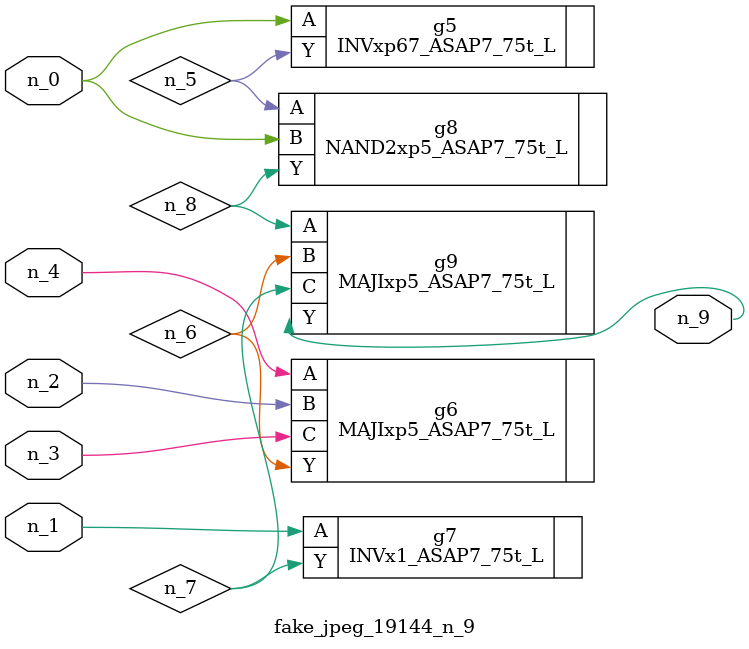
<source format=v>
module fake_jpeg_19144_n_9 (n_3, n_2, n_1, n_0, n_4, n_9);

input n_3;
input n_2;
input n_1;
input n_0;
input n_4;

output n_9;

wire n_8;
wire n_6;
wire n_5;
wire n_7;

INVxp67_ASAP7_75t_L g5 ( 
.A(n_0),
.Y(n_5)
);

MAJIxp5_ASAP7_75t_L g6 ( 
.A(n_4),
.B(n_2),
.C(n_3),
.Y(n_6)
);

INVx1_ASAP7_75t_L g7 ( 
.A(n_1),
.Y(n_7)
);

NAND2xp5_ASAP7_75t_L g8 ( 
.A(n_5),
.B(n_0),
.Y(n_8)
);

MAJIxp5_ASAP7_75t_L g9 ( 
.A(n_8),
.B(n_6),
.C(n_7),
.Y(n_9)
);


endmodule
</source>
